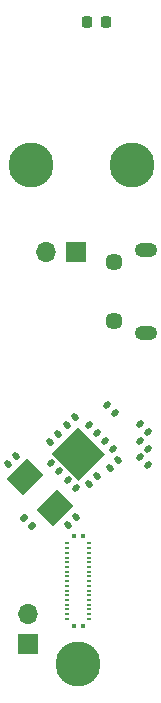
<source format=gbr>
%TF.GenerationSoftware,KiCad,Pcbnew,(6.0.7)*%
%TF.CreationDate,2022-08-25T19:07:38-04:00*%
%TF.ProjectId,msbaker,6d736261-6b65-4722-9e6b-696361645f70,3*%
%TF.SameCoordinates,Original*%
%TF.FileFunction,Soldermask,Bot*%
%TF.FilePolarity,Negative*%
%FSLAX46Y46*%
G04 Gerber Fmt 4.6, Leading zero omitted, Abs format (unit mm)*
G04 Created by KiCad (PCBNEW (6.0.7)) date 2022-08-25 19:07:38*
%MOMM*%
%LPD*%
G01*
G04 APERTURE LIST*
G04 Aperture macros list*
%AMRoundRect*
0 Rectangle with rounded corners*
0 $1 Rounding radius*
0 $2 $3 $4 $5 $6 $7 $8 $9 X,Y pos of 4 corners*
0 Add a 4 corners polygon primitive as box body*
4,1,4,$2,$3,$4,$5,$6,$7,$8,$9,$2,$3,0*
0 Add four circle primitives for the rounded corners*
1,1,$1+$1,$2,$3*
1,1,$1+$1,$4,$5*
1,1,$1+$1,$6,$7*
1,1,$1+$1,$8,$9*
0 Add four rect primitives between the rounded corners*
20,1,$1+$1,$2,$3,$4,$5,0*
20,1,$1+$1,$4,$5,$6,$7,0*
20,1,$1+$1,$6,$7,$8,$9,0*
20,1,$1+$1,$8,$9,$2,$3,0*%
%AMRotRect*
0 Rectangle, with rotation*
0 The origin of the aperture is its center*
0 $1 length*
0 $2 width*
0 $3 Rotation angle, in degrees counterclockwise*
0 Add horizontal line*
21,1,$1,$2,0,0,$3*%
G04 Aperture macros list end*
%ADD10O,1.900000X1.200000*%
%ADD11C,1.450000*%
%ADD12C,3.800000*%
%ADD13R,1.700000X1.700000*%
%ADD14O,1.700000X1.700000*%
%ADD15RoundRect,0.140000X0.219203X0.021213X0.021213X0.219203X-0.219203X-0.021213X-0.021213X-0.219203X0*%
%ADD16RoundRect,0.140000X-0.219203X-0.021213X-0.021213X-0.219203X0.219203X0.021213X0.021213X0.219203X0*%
%ADD17RoundRect,0.140000X-0.021213X0.219203X-0.219203X0.021213X0.021213X-0.219203X0.219203X-0.021213X0*%
%ADD18RoundRect,0.140000X0.021213X-0.219203X0.219203X-0.021213X-0.021213X0.219203X-0.219203X0.021213X0*%
%ADD19RoundRect,0.060000X-0.115000X0.060000X-0.115000X-0.060000X0.115000X-0.060000X0.115000X0.060000X0*%
%ADD20RoundRect,0.075000X-0.135000X0.075000X-0.135000X-0.075000X0.135000X-0.075000X0.135000X0.075000X0*%
%ADD21RoundRect,0.225000X-0.225000X-0.250000X0.225000X-0.250000X0.225000X0.250000X-0.225000X0.250000X0*%
%ADD22RotRect,2.000000X2.400000X135.000000*%
%ADD23RoundRect,0.135000X0.226274X0.035355X0.035355X0.226274X-0.226274X-0.035355X-0.035355X-0.226274X0*%
G04 APERTURE END LIST*
D10*
%TO.C,J1*%
X190000000Y-90250000D03*
X190000000Y-97250000D03*
D11*
X187300000Y-91250000D03*
X187300000Y-96250000D03*
%TD*%
D12*
%TO.C,M2*%
X188750000Y-83000000D03*
%TD*%
%TO.C,M2*%
X180250000Y-83000000D03*
%TD*%
%TO.C,M2*%
X184250000Y-125250000D03*
%TD*%
D13*
%TO.C,JP1*%
X184075000Y-90400000D03*
D14*
X181535000Y-90400000D03*
%TD*%
D13*
%TO.C,JP2*%
X180000000Y-123540000D03*
D14*
X180000000Y-121000000D03*
%TD*%
D15*
%TO.C,C9*%
X186660589Y-103360589D03*
X187339411Y-104039411D03*
%TD*%
%TO.C,C19*%
X185839411Y-105739411D03*
X185160589Y-105060589D03*
%TD*%
D16*
%TO.C,C10*%
X189460589Y-107760589D03*
X190139411Y-108439411D03*
%TD*%
%TO.C,C12*%
X186521178Y-106421178D03*
X187200000Y-107100000D03*
%TD*%
D17*
%TO.C,C18*%
X187578822Y-108021178D03*
X186900000Y-108700000D03*
%TD*%
D18*
%TO.C,C15*%
X181860589Y-106439411D03*
X182539411Y-105760589D03*
%TD*%
D15*
%TO.C,C16*%
X182639411Y-108939411D03*
X181960589Y-108260589D03*
%TD*%
D18*
%TO.C,C17*%
X185160589Y-110039411D03*
X185839411Y-109360589D03*
%TD*%
D19*
%TO.C,J3*%
X185187500Y-115050000D03*
X183312500Y-115050000D03*
X185187500Y-115450000D03*
X183312500Y-115450000D03*
X185187500Y-115850000D03*
X183312500Y-115850000D03*
X185187500Y-116250000D03*
X183312500Y-116250000D03*
X185187500Y-116650000D03*
X183312500Y-116650000D03*
X185187500Y-117050000D03*
X183312500Y-117050000D03*
X185187500Y-117450000D03*
X183312500Y-117450000D03*
X185187500Y-117850000D03*
X183312500Y-117850000D03*
X185187500Y-118250000D03*
X183312500Y-118250000D03*
X185187500Y-118650000D03*
X183312500Y-118650000D03*
X185187500Y-119050000D03*
X183312500Y-119050000D03*
X185187500Y-119450000D03*
X183312500Y-119450000D03*
X185187500Y-119850000D03*
X183312500Y-119850000D03*
X185187500Y-120250000D03*
X183312500Y-120250000D03*
X185187500Y-120650000D03*
X183312500Y-120650000D03*
X185187500Y-121050000D03*
X183312500Y-121050000D03*
X185187500Y-121450000D03*
X183312500Y-121450000D03*
D20*
X183875000Y-122075000D03*
X183875000Y-114425000D03*
X184625000Y-114425000D03*
X184625000Y-122075000D03*
%TD*%
D21*
%TO.C,C2*%
X185000000Y-70900000D03*
X186550000Y-70900000D03*
%TD*%
D22*
%TO.C,Y1*%
X182308148Y-112058148D03*
X179691852Y-109441852D03*
%TD*%
D17*
%TO.C,C14*%
X183939411Y-104360589D03*
X183260589Y-105039411D03*
%TD*%
%TO.C,C4*%
X178978822Y-107621178D03*
X178300000Y-108300000D03*
%TD*%
D16*
%TO.C,C7*%
X189460589Y-104960589D03*
X190139411Y-105639411D03*
%TD*%
D23*
%TO.C,R4*%
X180360624Y-113610624D03*
X179639376Y-112889376D03*
%TD*%
D17*
%TO.C,C5*%
X184039411Y-112860589D03*
X183360589Y-113539411D03*
%TD*%
D16*
%TO.C,C20*%
X189460589Y-106360589D03*
X190139411Y-107039411D03*
%TD*%
%TO.C,C8*%
X183360589Y-109660589D03*
X184039411Y-110339411D03*
%TD*%
G36*
X184294945Y-105276798D02*
G01*
X184320004Y-105295004D01*
X186454996Y-107429996D01*
X186482773Y-107484513D01*
X186473202Y-107544945D01*
X186454996Y-107570004D01*
X184320004Y-109704996D01*
X184265487Y-109732773D01*
X184205055Y-109723202D01*
X184179996Y-109704996D01*
X182045004Y-107570004D01*
X182017227Y-107515487D01*
X182026798Y-107455055D01*
X182045004Y-107429996D01*
X184179996Y-105295004D01*
X184234513Y-105267227D01*
X184294945Y-105276798D01*
G37*
M02*

</source>
